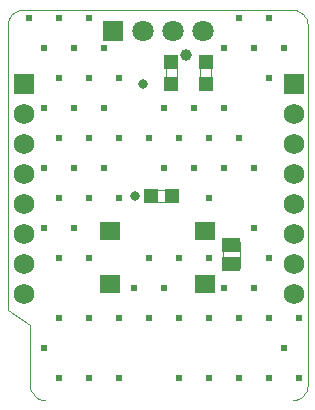
<source format=gts>
G04*
G04 #@! TF.GenerationSoftware,Altium Limited,Altium Designer,18.1.9 (240)*
G04*
G04 Layer_Color=8388736*
%FSLAX25Y25*%
%MOIN*%
G70*
G01*
G75*
%ADD16C,0.00100*%
%ADD17C,0.00394*%
%ADD22R,0.07099X0.05918*%
%ADD23R,0.05131X0.05131*%
%ADD24R,0.06115X0.04540*%
%ADD25R,0.05131X0.05131*%
%ADD26C,0.06800*%
%ADD27R,0.06610X0.06610*%
%ADD28R,0.07099X0.07099*%
%ADD29C,0.07099*%
%ADD30C,0.02400*%
%ADD31C,0.03200*%
%ADD32C,0.03950*%
D16*
X383000Y357500D02*
X382025Y357404D01*
X381087Y357119D01*
X380222Y356657D01*
X379465Y356035D01*
X378843Y355278D01*
X378381Y354413D01*
X378096Y353475D01*
X378000Y352500D01*
X478000D02*
X477904Y353475D01*
X477619Y354413D01*
X477157Y355278D01*
X476536Y356035D01*
X475778Y356657D01*
X474913Y357119D01*
X473976Y357404D01*
X473000Y357500D01*
Y227500D02*
X473976Y227596D01*
X474913Y227881D01*
X475778Y228343D01*
X476536Y228964D01*
X477157Y229722D01*
X477619Y230587D01*
X477904Y231524D01*
X478000Y232500D01*
X385500D02*
X385596Y231524D01*
X385881Y230587D01*
X386343Y229722D01*
X386965Y228964D01*
X387722Y228343D01*
X388587Y227881D01*
X389525Y227596D01*
X390500Y227500D01*
X478000Y232500D02*
Y352500D01*
X378000Y257500D02*
Y352500D01*
X382874Y357500D02*
X472874D01*
X378000Y257500D02*
X385500Y252500D01*
Y232500D02*
Y252500D01*
D17*
X426029Y293630D02*
X432722D01*
X426029Y297370D02*
X432722D01*
Y293630D02*
Y297370D01*
X426029Y293630D02*
Y297370D01*
X449646Y280331D02*
X455354D01*
X449646Y271669D02*
X455354D01*
Y280331D01*
X449646Y271669D02*
Y280331D01*
X445870Y333154D02*
Y339846D01*
X442130Y333154D02*
Y339846D01*
X445870D01*
X442130Y333154D02*
X445870D01*
X434370Y333197D02*
Y339890D01*
X430630Y333197D02*
Y339890D01*
X434370D01*
X430630Y333197D02*
X434370D01*
D22*
X412126Y266142D02*
D03*
Y283858D02*
D03*
X443622Y266142D02*
D03*
Y283858D02*
D03*
D23*
X432919Y295500D02*
D03*
X425832D02*
D03*
D24*
X452500Y279150D02*
D03*
Y272850D02*
D03*
D25*
X444000Y340043D02*
D03*
Y332957D02*
D03*
X432500Y340087D02*
D03*
Y333000D02*
D03*
D26*
X383500Y263000D02*
D03*
Y273000D02*
D03*
Y283000D02*
D03*
Y293000D02*
D03*
Y303000D02*
D03*
Y313000D02*
D03*
Y323000D02*
D03*
X473500Y263000D02*
D03*
Y273000D02*
D03*
Y283000D02*
D03*
Y293000D02*
D03*
Y303000D02*
D03*
Y313000D02*
D03*
Y323000D02*
D03*
D27*
X383500Y333000D02*
D03*
X473500D02*
D03*
D28*
X413000Y350500D02*
D03*
D29*
X423000D02*
D03*
X433000D02*
D03*
X443000D02*
D03*
D30*
X475000Y255000D02*
D03*
Y235000D02*
D03*
X465000Y355000D02*
D03*
X470000Y345000D02*
D03*
X465000Y335000D02*
D03*
Y275000D02*
D03*
Y255000D02*
D03*
X470000Y245000D02*
D03*
X465000Y235000D02*
D03*
X455000Y355000D02*
D03*
X460000Y345000D02*
D03*
X455000Y315000D02*
D03*
X460000Y305000D02*
D03*
Y285000D02*
D03*
Y265000D02*
D03*
X455000Y255000D02*
D03*
Y235000D02*
D03*
X450000Y345000D02*
D03*
Y325000D02*
D03*
X445000Y315000D02*
D03*
X450000Y305000D02*
D03*
X445000Y295000D02*
D03*
Y275000D02*
D03*
X450000Y265000D02*
D03*
X445000Y255000D02*
D03*
Y235000D02*
D03*
X440000Y325000D02*
D03*
X435000Y315000D02*
D03*
X440000Y305000D02*
D03*
X435000Y275000D02*
D03*
Y255000D02*
D03*
Y235000D02*
D03*
X430000Y325000D02*
D03*
X425000Y315000D02*
D03*
X430000Y305000D02*
D03*
X425000Y275000D02*
D03*
X430000Y265000D02*
D03*
X425000Y255000D02*
D03*
X415000Y335000D02*
D03*
Y315000D02*
D03*
Y295000D02*
D03*
X420000Y265000D02*
D03*
X415000Y255000D02*
D03*
Y235000D02*
D03*
X405000Y355000D02*
D03*
X410000Y345000D02*
D03*
X405000Y335000D02*
D03*
X410000Y325000D02*
D03*
X405000Y315000D02*
D03*
X410000Y305000D02*
D03*
X405000Y295000D02*
D03*
Y275000D02*
D03*
Y255000D02*
D03*
Y235000D02*
D03*
X395000Y355000D02*
D03*
X400000Y345000D02*
D03*
X395000Y335000D02*
D03*
X400000Y325000D02*
D03*
X395000Y315000D02*
D03*
X400000Y305000D02*
D03*
X395000Y295000D02*
D03*
X400000Y285000D02*
D03*
X395000Y275000D02*
D03*
Y255000D02*
D03*
Y235000D02*
D03*
X385000Y355000D02*
D03*
X390000Y345000D02*
D03*
Y325000D02*
D03*
Y305000D02*
D03*
Y285000D02*
D03*
Y245000D02*
D03*
D31*
X420500Y295500D02*
D03*
X423000Y333000D02*
D03*
D32*
X437500Y342500D02*
D03*
M02*

</source>
